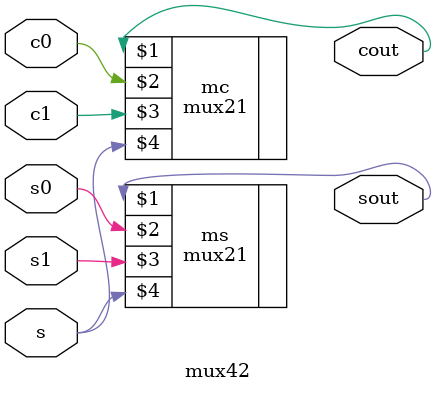
<source format=v>
module mux42(sout,cout,s0,s1,c0,c1,s);
	input s0,s1,c0,c1,s;
	output sout,cout;
	mux21 ms(sout,s0,s1,s);
	mux21 mc(cout,c0,c1,s);
endmodule

</source>
